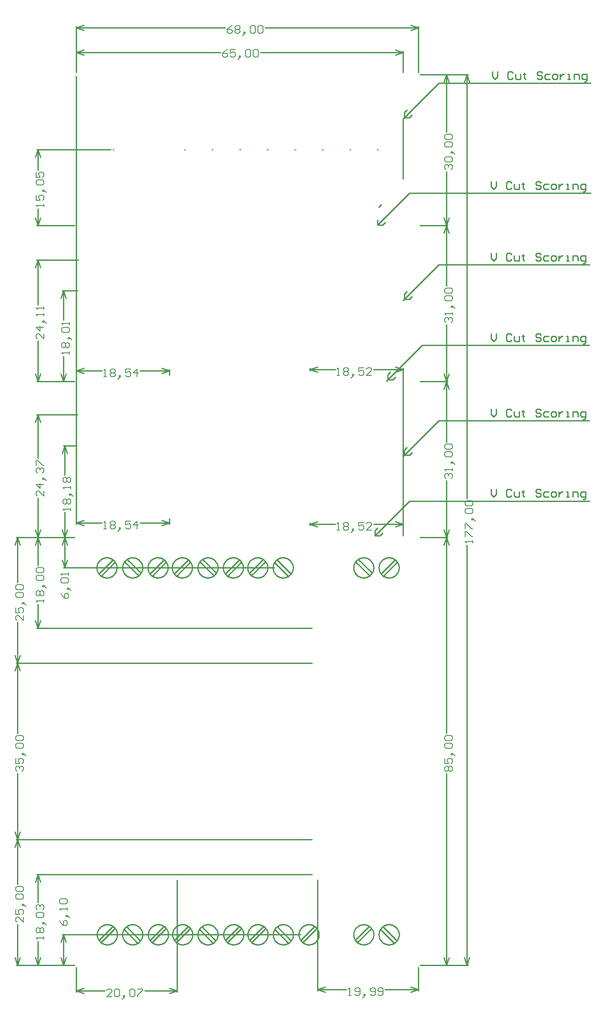
<source format=gm1>
%FSDAX24Y24*%
%MOIN*%
%SFA1B1*%

%IPPOS*%
%ADD22C,0.010000*%
%ADD92C,0.003900*%
%ADD93C,0.006000*%
%LNde-120824-1*%
%LPD*%
G54D22*
X033287Y041100D02*
D01*
X033285Y041154*
X033279Y041209*
X033269Y041263*
X033256Y041316*
X033239Y041369*
X033218Y041420*
X033194Y041469*
X033167Y041517*
X033136Y041562*
X033102Y041605*
X033066Y041646*
X033026Y041684*
X032984Y041720*
X032940Y041752*
X032893Y041781*
X032844Y041807*
X032794Y041829*
X032743Y041848*
X032690Y041863*
X032636Y041875*
X032582Y041882*
X032527Y041886*
X032472*
X032417Y041882*
X032363Y041875*
X032309Y041863*
X032256Y041848*
X032205Y041829*
X032155Y041807*
X032106Y041781*
X032059Y041752*
X032015Y041720*
X031973Y041684*
X031933Y041646*
X031897Y041605*
X031863Y041562*
X031832Y041517*
X031805Y041469*
X031781Y041420*
X031760Y041369*
X031743Y041316*
X031730Y041263*
X031720Y041209*
X031714Y041154*
X031713Y041100*
X031714Y041045*
X031720Y040990*
X031730Y040936*
X031743Y040883*
X031760Y040830*
X031781Y040779*
X031805Y040730*
X031832Y040682*
X031863Y040637*
X031897Y040594*
X031933Y040553*
X031973Y040515*
X032015Y040479*
X032059Y040447*
X032106Y040418*
X032155Y040392*
X032205Y040370*
X032256Y040351*
X032309Y040336*
X032363Y040324*
X032417Y040317*
X032472Y040313*
X032527*
X032582Y040317*
X032636Y040324*
X032690Y040336*
X032743Y040351*
X032794Y040370*
X032844Y040392*
X032893Y040418*
X032940Y040447*
X032984Y040479*
X033026Y040515*
X033066Y040553*
X033102Y040594*
X033136Y040637*
X033167Y040682*
X033194Y040730*
X033218Y040779*
X033239Y040830*
X033256Y040883*
X033269Y040936*
X033279Y040990*
X033285Y041045*
X033287Y041100*
X035272D02*
D01*
X035270Y041154*
X035264Y041209*
X035254Y041263*
X035241Y041316*
X035224Y041369*
X035203Y041420*
X035179Y041469*
X035152Y041517*
X035121Y041562*
X035087Y041605*
X035051Y041646*
X035011Y041684*
X034969Y041720*
X034925Y041752*
X034878Y041781*
X034829Y041807*
X034779Y041829*
X034728Y041848*
X034675Y041863*
X034621Y041875*
X034567Y041882*
X034512Y041886*
X034457*
X034402Y041882*
X034348Y041875*
X034294Y041863*
X034241Y041848*
X034190Y041829*
X034140Y041807*
X034091Y041781*
X034044Y041752*
X034000Y041720*
X033958Y041684*
X033918Y041646*
X033882Y041605*
X033848Y041562*
X033817Y041517*
X033790Y041469*
X033766Y041420*
X033745Y041369*
X033728Y041316*
X033715Y041263*
X033705Y041209*
X033699Y041154*
X033698Y041100*
X033699Y041045*
X033705Y040990*
X033715Y040936*
X033728Y040883*
X033745Y040830*
X033766Y040779*
X033790Y040730*
X033817Y040682*
X033848Y040637*
X033882Y040594*
X033918Y040553*
X033958Y040515*
X034000Y040479*
X034044Y040447*
X034091Y040418*
X034140Y040392*
X034190Y040370*
X034241Y040351*
X034294Y040336*
X034348Y040324*
X034402Y040317*
X034457Y040313*
X034512*
X034567Y040317*
X034621Y040324*
X034675Y040336*
X034728Y040351*
X034779Y040370*
X034829Y040392*
X034878Y040418*
X034925Y040447*
X034969Y040479*
X035011Y040515*
X035051Y040553*
X035087Y040594*
X035121Y040637*
X035152Y040682*
X035179Y040730*
X035203Y040779*
X035224Y040830*
X035241Y040883*
X035254Y040936*
X035264Y040990*
X035270Y041045*
X035272Y041100*
X025003Y012400D02*
D01*
X025001Y012454*
X024995Y012509*
X024985Y012563*
X024972Y012616*
X024955Y012669*
X024934Y012720*
X024910Y012769*
X024883Y012817*
X024852Y012862*
X024818Y012905*
X024782Y012946*
X024742Y012984*
X024700Y013020*
X024656Y013052*
X024609Y013081*
X024560Y013107*
X024510Y013129*
X024459Y013148*
X024406Y013163*
X024352Y013175*
X024298Y013182*
X024243Y013186*
X024188*
X024133Y013182*
X024079Y013175*
X024025Y013163*
X023972Y013148*
X023921Y013129*
X023871Y013107*
X023822Y013081*
X023775Y013052*
X023731Y013020*
X023689Y012984*
X023649Y012946*
X023613Y012905*
X023579Y012862*
X023548Y012817*
X023521Y012769*
X023497Y012720*
X023476Y012669*
X023459Y012616*
X023446Y012563*
X023436Y012509*
X023430Y012454*
X023429Y012400*
X023430Y012345*
X023436Y012290*
X023446Y012236*
X023459Y012183*
X023476Y012130*
X023497Y012079*
X023521Y012030*
X023548Y011982*
X023579Y011937*
X023613Y011894*
X023649Y011853*
X023689Y011815*
X023731Y011779*
X023775Y011747*
X023822Y011718*
X023871Y011692*
X023921Y011670*
X023972Y011651*
X024025Y011636*
X024079Y011624*
X024133Y011617*
X024188Y011613*
X024243*
X024298Y011617*
X024352Y011624*
X024406Y011636*
X024459Y011651*
X024510Y011670*
X024560Y011692*
X024609Y011718*
X024656Y011747*
X024700Y011779*
X024742Y011815*
X024782Y011853*
X024818Y011894*
X024852Y011937*
X024883Y011982*
X024910Y012030*
X024934Y012079*
X024955Y012130*
X024972Y012183*
X024985Y012236*
X024995Y012290*
X025001Y012345*
X025003Y012400*
X029003D02*
D01*
X029001Y012454*
X028995Y012509*
X028985Y012563*
X028972Y012616*
X028955Y012669*
X028934Y012720*
X028910Y012769*
X028883Y012817*
X028852Y012862*
X028818Y012905*
X028782Y012946*
X028742Y012984*
X028700Y013020*
X028656Y013052*
X028609Y013081*
X028560Y013107*
X028510Y013129*
X028459Y013148*
X028406Y013163*
X028352Y013175*
X028298Y013182*
X028243Y013186*
X028188*
X028133Y013182*
X028079Y013175*
X028025Y013163*
X027972Y013148*
X027921Y013129*
X027871Y013107*
X027822Y013081*
X027775Y013052*
X027731Y013020*
X027689Y012984*
X027649Y012946*
X027613Y012905*
X027579Y012862*
X027548Y012817*
X027521Y012769*
X027497Y012720*
X027476Y012669*
X027459Y012616*
X027446Y012563*
X027436Y012509*
X027430Y012454*
X027429Y012400*
X027430Y012345*
X027436Y012290*
X027446Y012236*
X027459Y012183*
X027476Y012130*
X027497Y012079*
X027521Y012030*
X027548Y011982*
X027579Y011937*
X027613Y011894*
X027649Y011853*
X027689Y011815*
X027731Y011779*
X027775Y011747*
X027822Y011718*
X027871Y011692*
X027921Y011670*
X027972Y011651*
X028025Y011636*
X028079Y011624*
X028133Y011617*
X028188Y011613*
X028243*
X028298Y011617*
X028352Y011624*
X028406Y011636*
X028459Y011651*
X028510Y011670*
X028560Y011692*
X028609Y011718*
X028656Y011747*
X028700Y011779*
X028742Y011815*
X028782Y011853*
X028818Y011894*
X028852Y011937*
X028883Y011982*
X028910Y012030*
X028934Y012079*
X028955Y012130*
X028972Y012183*
X028985Y012236*
X028995Y012290*
X029001Y012345*
X029003Y012400*
X026987D02*
D01*
X026985Y012454*
X026979Y012509*
X026969Y012563*
X026956Y012616*
X026939Y012669*
X026918Y012720*
X026894Y012769*
X026867Y012817*
X026836Y012862*
X026802Y012905*
X026766Y012946*
X026726Y012984*
X026684Y013020*
X026640Y013052*
X026593Y013081*
X026544Y013107*
X026494Y013129*
X026443Y013148*
X026390Y013163*
X026336Y013175*
X026282Y013182*
X026227Y013186*
X026172*
X026117Y013182*
X026063Y013175*
X026009Y013163*
X025956Y013148*
X025905Y013129*
X025855Y013107*
X025806Y013081*
X025759Y013052*
X025715Y013020*
X025673Y012984*
X025633Y012946*
X025597Y012905*
X025563Y012862*
X025532Y012817*
X025505Y012769*
X025481Y012720*
X025460Y012669*
X025443Y012616*
X025430Y012563*
X025420Y012509*
X025414Y012454*
X025413Y012400*
X025414Y012345*
X025420Y012290*
X025430Y012236*
X025443Y012183*
X025460Y012130*
X025481Y012079*
X025505Y012030*
X025532Y011982*
X025563Y011937*
X025597Y011894*
X025633Y011853*
X025673Y011815*
X025715Y011779*
X025759Y011747*
X025806Y011718*
X025855Y011692*
X025905Y011670*
X025956Y011651*
X026009Y011636*
X026063Y011624*
X026117Y011617*
X026172Y011613*
X026227*
X026282Y011617*
X026336Y011624*
X026390Y011636*
X026443Y011651*
X026494Y011670*
X026544Y011692*
X026593Y011718*
X026640Y011747*
X026684Y011779*
X026726Y011815*
X026766Y011853*
X026802Y011894*
X026836Y011937*
X026867Y011982*
X026894Y012030*
X026918Y012079*
X026939Y012130*
X026956Y012183*
X026969Y012236*
X026979Y012290*
X026985Y012345*
X026987Y012400*
X019103D02*
D01*
X019101Y012454*
X019095Y012509*
X019085Y012563*
X019072Y012616*
X019055Y012669*
X019034Y012720*
X019010Y012769*
X018983Y012817*
X018952Y012862*
X018918Y012905*
X018882Y012946*
X018842Y012984*
X018800Y013020*
X018756Y013052*
X018709Y013081*
X018660Y013107*
X018610Y013129*
X018559Y013148*
X018506Y013163*
X018452Y013175*
X018398Y013182*
X018343Y013186*
X018288*
X018233Y013182*
X018179Y013175*
X018125Y013163*
X018072Y013148*
X018021Y013129*
X017971Y013107*
X017922Y013081*
X017875Y013052*
X017831Y013020*
X017789Y012984*
X017749Y012946*
X017713Y012905*
X017679Y012862*
X017648Y012817*
X017621Y012769*
X017597Y012720*
X017576Y012669*
X017559Y012616*
X017546Y012563*
X017536Y012509*
X017530Y012454*
X017529Y012400*
X017530Y012345*
X017536Y012290*
X017546Y012236*
X017559Y012183*
X017576Y012130*
X017597Y012079*
X017621Y012030*
X017648Y011982*
X017679Y011937*
X017713Y011894*
X017749Y011853*
X017789Y011815*
X017831Y011779*
X017875Y011747*
X017922Y011718*
X017971Y011692*
X018021Y011670*
X018072Y011651*
X018125Y011636*
X018179Y011624*
X018233Y011617*
X018288Y011613*
X018343*
X018398Y011617*
X018452Y011624*
X018506Y011636*
X018559Y011651*
X018610Y011670*
X018660Y011692*
X018709Y011718*
X018756Y011747*
X018800Y011779*
X018842Y011815*
X018882Y011853*
X018918Y011894*
X018952Y011937*
X018983Y011982*
X019010Y012030*
X019034Y012079*
X019055Y012130*
X019072Y012183*
X019085Y012236*
X019095Y012290*
X019101Y012345*
X019103Y012400*
X023103D02*
D01*
X023101Y012454*
X023095Y012509*
X023085Y012563*
X023072Y012616*
X023055Y012669*
X023034Y012720*
X023010Y012769*
X022983Y012817*
X022952Y012862*
X022918Y012905*
X022882Y012946*
X022842Y012984*
X022800Y013020*
X022756Y013052*
X022709Y013081*
X022660Y013107*
X022610Y013129*
X022559Y013148*
X022506Y013163*
X022452Y013175*
X022398Y013182*
X022343Y013186*
X022288*
X022233Y013182*
X022179Y013175*
X022125Y013163*
X022072Y013148*
X022021Y013129*
X021971Y013107*
X021922Y013081*
X021875Y013052*
X021831Y013020*
X021789Y012984*
X021749Y012946*
X021713Y012905*
X021679Y012862*
X021648Y012817*
X021621Y012769*
X021597Y012720*
X021576Y012669*
X021559Y012616*
X021546Y012563*
X021536Y012509*
X021530Y012454*
X021529Y012400*
X021530Y012345*
X021536Y012290*
X021546Y012236*
X021559Y012183*
X021576Y012130*
X021597Y012079*
X021621Y012030*
X021648Y011982*
X021679Y011937*
X021713Y011894*
X021749Y011853*
X021789Y011815*
X021831Y011779*
X021875Y011747*
X021922Y011718*
X021971Y011692*
X022021Y011670*
X022072Y011651*
X022125Y011636*
X022179Y011624*
X022233Y011617*
X022288Y011613*
X022343*
X022398Y011617*
X022452Y011624*
X022506Y011636*
X022559Y011651*
X022610Y011670*
X022660Y011692*
X022709Y011718*
X022756Y011747*
X022800Y011779*
X022842Y011815*
X022882Y011853*
X022918Y011894*
X022952Y011937*
X022983Y011982*
X023010Y012030*
X023034Y012079*
X023055Y012130*
X023072Y012183*
X023085Y012236*
X023095Y012290*
X023101Y012345*
X023103Y012400*
X021087D02*
D01*
X021085Y012454*
X021079Y012509*
X021069Y012563*
X021056Y012616*
X021039Y012669*
X021018Y012720*
X020994Y012769*
X020967Y012817*
X020936Y012862*
X020902Y012905*
X020866Y012946*
X020826Y012984*
X020784Y013020*
X020740Y013052*
X020693Y013081*
X020644Y013107*
X020594Y013129*
X020543Y013148*
X020490Y013163*
X020436Y013175*
X020382Y013182*
X020327Y013186*
X020272*
X020217Y013182*
X020163Y013175*
X020109Y013163*
X020056Y013148*
X020005Y013129*
X019955Y013107*
X019906Y013081*
X019859Y013052*
X019815Y013020*
X019773Y012984*
X019733Y012946*
X019697Y012905*
X019663Y012862*
X019632Y012817*
X019605Y012769*
X019581Y012720*
X019560Y012669*
X019543Y012616*
X019530Y012563*
X019520Y012509*
X019514Y012454*
X019513Y012400*
X019514Y012345*
X019520Y012290*
X019530Y012236*
X019543Y012183*
X019560Y012130*
X019581Y012079*
X019605Y012030*
X019632Y011982*
X019663Y011937*
X019697Y011894*
X019733Y011853*
X019773Y011815*
X019815Y011779*
X019859Y011747*
X019906Y011718*
X019955Y011692*
X020005Y011670*
X020056Y011651*
X020109Y011636*
X020163Y011624*
X020217Y011617*
X020272Y011613*
X020327*
X020382Y011617*
X020436Y011624*
X020490Y011636*
X020543Y011651*
X020594Y011670*
X020644Y011692*
X020693Y011718*
X020740Y011747*
X020784Y011779*
X020826Y011815*
X020866Y011853*
X020902Y011894*
X020936Y011937*
X020967Y011982*
X020994Y012030*
X021018Y012079*
X021039Y012130*
X021056Y012183*
X021069Y012236*
X021079Y012290*
X021085Y012345*
X021087Y012400*
X013203D02*
D01*
X013201Y012454*
X013195Y012509*
X013185Y012563*
X013172Y012616*
X013155Y012669*
X013134Y012720*
X013110Y012769*
X013083Y012817*
X013052Y012862*
X013018Y012905*
X012982Y012946*
X012942Y012984*
X012900Y013020*
X012856Y013052*
X012809Y013081*
X012760Y013107*
X012710Y013129*
X012659Y013148*
X012606Y013163*
X012552Y013175*
X012498Y013182*
X012443Y013186*
X012388*
X012333Y013182*
X012279Y013175*
X012225Y013163*
X012172Y013148*
X012121Y013129*
X012071Y013107*
X012022Y013081*
X011975Y013052*
X011931Y013020*
X011889Y012984*
X011849Y012946*
X011813Y012905*
X011779Y012862*
X011748Y012817*
X011721Y012769*
X011697Y012720*
X011676Y012669*
X011659Y012616*
X011646Y012563*
X011636Y012509*
X011630Y012454*
X011629Y012400*
X011630Y012345*
X011636Y012290*
X011646Y012236*
X011659Y012183*
X011676Y012130*
X011697Y012079*
X011721Y012030*
X011748Y011982*
X011779Y011937*
X011813Y011894*
X011849Y011853*
X011889Y011815*
X011931Y011779*
X011975Y011747*
X012022Y011718*
X012071Y011692*
X012121Y011670*
X012172Y011651*
X012225Y011636*
X012279Y011624*
X012333Y011617*
X012388Y011613*
X012443*
X012498Y011617*
X012552Y011624*
X012606Y011636*
X012659Y011651*
X012710Y011670*
X012760Y011692*
X012809Y011718*
X012856Y011747*
X012900Y011779*
X012942Y011815*
X012982Y011853*
X013018Y011894*
X013052Y011937*
X013083Y011982*
X013110Y012030*
X013134Y012079*
X013155Y012130*
X013172Y012183*
X013185Y012236*
X013195Y012290*
X013201Y012345*
X013203Y012400*
X017203D02*
D01*
X017201Y012454*
X017195Y012509*
X017185Y012563*
X017172Y012616*
X017155Y012669*
X017134Y012720*
X017110Y012769*
X017083Y012817*
X017052Y012862*
X017018Y012905*
X016982Y012946*
X016942Y012984*
X016900Y013020*
X016856Y013052*
X016809Y013081*
X016760Y013107*
X016710Y013129*
X016659Y013148*
X016606Y013163*
X016552Y013175*
X016498Y013182*
X016443Y013186*
X016388*
X016333Y013182*
X016279Y013175*
X016225Y013163*
X016172Y013148*
X016121Y013129*
X016071Y013107*
X016022Y013081*
X015975Y013052*
X015931Y013020*
X015889Y012984*
X015849Y012946*
X015813Y012905*
X015779Y012862*
X015748Y012817*
X015721Y012769*
X015697Y012720*
X015676Y012669*
X015659Y012616*
X015646Y012563*
X015636Y012509*
X015630Y012454*
X015629Y012400*
X015630Y012345*
X015636Y012290*
X015646Y012236*
X015659Y012183*
X015676Y012130*
X015697Y012079*
X015721Y012030*
X015748Y011982*
X015779Y011937*
X015813Y011894*
X015849Y011853*
X015889Y011815*
X015931Y011779*
X015975Y011747*
X016022Y011718*
X016071Y011692*
X016121Y011670*
X016172Y011651*
X016225Y011636*
X016279Y011624*
X016333Y011617*
X016388Y011613*
X016443*
X016498Y011617*
X016552Y011624*
X016606Y011636*
X016659Y011651*
X016710Y011670*
X016760Y011692*
X016809Y011718*
X016856Y011747*
X016900Y011779*
X016942Y011815*
X016982Y011853*
X017018Y011894*
X017052Y011937*
X017083Y011982*
X017110Y012030*
X017134Y012079*
X017155Y012130*
X017172Y012183*
X017185Y012236*
X017195Y012290*
X017201Y012345*
X017203Y012400*
X015187D02*
D01*
X015185Y012454*
X015179Y012509*
X015169Y012563*
X015156Y012616*
X015139Y012669*
X015118Y012720*
X015094Y012769*
X015067Y012817*
X015036Y012862*
X015002Y012905*
X014966Y012946*
X014926Y012984*
X014884Y013020*
X014840Y013052*
X014793Y013081*
X014744Y013107*
X014694Y013129*
X014643Y013148*
X014590Y013163*
X014536Y013175*
X014482Y013182*
X014427Y013186*
X014372*
X014317Y013182*
X014263Y013175*
X014209Y013163*
X014156Y013148*
X014105Y013129*
X014055Y013107*
X014006Y013081*
X013959Y013052*
X013915Y013020*
X013873Y012984*
X013833Y012946*
X013797Y012905*
X013763Y012862*
X013732Y012817*
X013705Y012769*
X013681Y012720*
X013660Y012669*
X013643Y012616*
X013630Y012563*
X013620Y012509*
X013614Y012454*
X013613Y012400*
X013614Y012345*
X013620Y012290*
X013630Y012236*
X013643Y012183*
X013660Y012130*
X013681Y012079*
X013705Y012030*
X013732Y011982*
X013763Y011937*
X013797Y011894*
X013833Y011853*
X013873Y011815*
X013915Y011779*
X013959Y011747*
X014006Y011718*
X014055Y011692*
X014105Y011670*
X014156Y011651*
X014209Y011636*
X014263Y011624*
X014317Y011617*
X014372Y011613*
X014427*
X014482Y011617*
X014536Y011624*
X014590Y011636*
X014643Y011651*
X014694Y011670*
X014744Y011692*
X014793Y011718*
X014840Y011747*
X014884Y011779*
X014926Y011815*
X014966Y011853*
X015002Y011894*
X015036Y011937*
X015067Y011982*
X015094Y012030*
X015118Y012079*
X015139Y012130*
X015156Y012183*
X015169Y012236*
X015179Y012290*
X015185Y012345*
X015187Y012400*
X017172Y041100D02*
D01*
X017170Y041154*
X017164Y041209*
X017154Y041263*
X017141Y041316*
X017124Y041369*
X017103Y041420*
X017079Y041469*
X017052Y041517*
X017021Y041562*
X016987Y041605*
X016951Y041646*
X016911Y041684*
X016869Y041720*
X016825Y041752*
X016778Y041781*
X016729Y041807*
X016679Y041829*
X016628Y041848*
X016575Y041863*
X016521Y041875*
X016467Y041882*
X016412Y041886*
X016357*
X016302Y041882*
X016248Y041875*
X016194Y041863*
X016141Y041848*
X016090Y041829*
X016040Y041807*
X015991Y041781*
X015944Y041752*
X015900Y041720*
X015858Y041684*
X015818Y041646*
X015782Y041605*
X015748Y041562*
X015717Y041517*
X015690Y041469*
X015666Y041420*
X015645Y041369*
X015628Y041316*
X015615Y041263*
X015605Y041209*
X015599Y041154*
X015598Y041100*
X015599Y041045*
X015605Y040990*
X015615Y040936*
X015628Y040883*
X015645Y040830*
X015666Y040779*
X015690Y040730*
X015717Y040682*
X015748Y040637*
X015782Y040594*
X015818Y040553*
X015858Y040515*
X015900Y040479*
X015944Y040447*
X015991Y040418*
X016040Y040392*
X016090Y040370*
X016141Y040351*
X016194Y040336*
X016248Y040324*
X016302Y040317*
X016357Y040313*
X016412*
X016467Y040317*
X016521Y040324*
X016575Y040336*
X016628Y040351*
X016679Y040370*
X016729Y040392*
X016778Y040418*
X016825Y040447*
X016869Y040479*
X016911Y040515*
X016951Y040553*
X016987Y040594*
X017021Y040637*
X017052Y040682*
X017079Y040730*
X017103Y040779*
X017124Y040830*
X017141Y040883*
X017154Y040936*
X017164Y040990*
X017170Y041045*
X017172Y041100*
X013172D02*
D01*
X013170Y041154*
X013164Y041209*
X013154Y041263*
X013141Y041316*
X013124Y041369*
X013103Y041420*
X013079Y041469*
X013052Y041517*
X013021Y041562*
X012987Y041605*
X012951Y041646*
X012911Y041684*
X012869Y041720*
X012825Y041752*
X012778Y041781*
X012729Y041807*
X012679Y041829*
X012628Y041848*
X012575Y041863*
X012521Y041875*
X012467Y041882*
X012412Y041886*
X012357*
X012302Y041882*
X012248Y041875*
X012194Y041863*
X012141Y041848*
X012090Y041829*
X012040Y041807*
X011991Y041781*
X011944Y041752*
X011900Y041720*
X011858Y041684*
X011818Y041646*
X011782Y041605*
X011748Y041562*
X011717Y041517*
X011690Y041469*
X011666Y041420*
X011645Y041369*
X011628Y041316*
X011615Y041263*
X011605Y041209*
X011599Y041154*
X011598Y041100*
X011599Y041045*
X011605Y040990*
X011615Y040936*
X011628Y040883*
X011645Y040830*
X011666Y040779*
X011690Y040730*
X011717Y040682*
X011748Y040637*
X011782Y040594*
X011818Y040553*
X011858Y040515*
X011900Y040479*
X011944Y040447*
X011991Y040418*
X012040Y040392*
X012090Y040370*
X012141Y040351*
X012194Y040336*
X012248Y040324*
X012302Y040317*
X012357Y040313*
X012412*
X012467Y040317*
X012521Y040324*
X012575Y040336*
X012628Y040351*
X012679Y040370*
X012729Y040392*
X012778Y040418*
X012825Y040447*
X012869Y040479*
X012911Y040515*
X012951Y040553*
X012987Y040594*
X013021Y040637*
X013052Y040682*
X013079Y040730*
X013103Y040779*
X013124Y040830*
X013141Y040883*
X013154Y040936*
X013164Y040990*
X013170Y041045*
X013172Y041100*
X015187D02*
D01*
X015185Y041154*
X015179Y041209*
X015169Y041263*
X015156Y041316*
X015139Y041369*
X015118Y041420*
X015094Y041469*
X015067Y041517*
X015036Y041562*
X015002Y041605*
X014966Y041646*
X014926Y041684*
X014884Y041720*
X014840Y041752*
X014793Y041781*
X014744Y041807*
X014694Y041829*
X014643Y041848*
X014590Y041863*
X014536Y041875*
X014482Y041882*
X014427Y041886*
X014372*
X014317Y041882*
X014263Y041875*
X014209Y041863*
X014156Y041848*
X014105Y041829*
X014055Y041807*
X014006Y041781*
X013959Y041752*
X013915Y041720*
X013873Y041684*
X013833Y041646*
X013797Y041605*
X013763Y041562*
X013732Y041517*
X013705Y041469*
X013681Y041420*
X013660Y041369*
X013643Y041316*
X013630Y041263*
X013620Y041209*
X013614Y041154*
X013613Y041100*
X013614Y041045*
X013620Y040990*
X013630Y040936*
X013643Y040883*
X013660Y040830*
X013681Y040779*
X013705Y040730*
X013732Y040682*
X013763Y040637*
X013797Y040594*
X013833Y040553*
X013873Y040515*
X013915Y040479*
X013959Y040447*
X014006Y040418*
X014055Y040392*
X014105Y040370*
X014156Y040351*
X014209Y040336*
X014263Y040324*
X014317Y040317*
X014372Y040313*
X014427*
X014482Y040317*
X014536Y040324*
X014590Y040336*
X014643Y040351*
X014694Y040370*
X014744Y040392*
X014793Y040418*
X014840Y040447*
X014884Y040479*
X014926Y040515*
X014966Y040553*
X015002Y040594*
X015036Y040637*
X015067Y040682*
X015094Y040730*
X015118Y040779*
X015139Y040830*
X015156Y040883*
X015169Y040936*
X015179Y040990*
X015185Y041045*
X015187Y041100*
X035272Y012400D02*
D01*
X035270Y012454*
X035264Y012509*
X035254Y012563*
X035241Y012616*
X035224Y012669*
X035203Y012720*
X035179Y012769*
X035152Y012817*
X035121Y012862*
X035087Y012905*
X035051Y012946*
X035011Y012984*
X034969Y013020*
X034925Y013052*
X034878Y013081*
X034829Y013107*
X034779Y013129*
X034728Y013148*
X034675Y013163*
X034621Y013175*
X034567Y013182*
X034512Y013186*
X034457*
X034402Y013182*
X034348Y013175*
X034294Y013163*
X034241Y013148*
X034190Y013129*
X034140Y013107*
X034091Y013081*
X034044Y013052*
X034000Y013020*
X033958Y012984*
X033918Y012946*
X033882Y012905*
X033848Y012862*
X033817Y012817*
X033790Y012769*
X033766Y012720*
X033745Y012669*
X033728Y012616*
X033715Y012563*
X033705Y012509*
X033699Y012454*
X033698Y012400*
X033699Y012345*
X033705Y012290*
X033715Y012236*
X033728Y012183*
X033745Y012130*
X033766Y012079*
X033790Y012030*
X033817Y011982*
X033848Y011937*
X033882Y011894*
X033918Y011853*
X033958Y011815*
X034000Y011779*
X034044Y011747*
X034091Y011718*
X034140Y011692*
X034190Y011670*
X034241Y011651*
X034294Y011636*
X034348Y011624*
X034402Y011617*
X034457Y011613*
X034512*
X034567Y011617*
X034621Y011624*
X034675Y011636*
X034728Y011651*
X034779Y011670*
X034829Y011692*
X034878Y011718*
X034925Y011747*
X034969Y011779*
X035011Y011815*
X035051Y011853*
X035087Y011894*
X035121Y011937*
X035152Y011982*
X035179Y012030*
X035203Y012079*
X035224Y012130*
X035241Y012183*
X035254Y012236*
X035264Y012290*
X035270Y012345*
X035272Y012400*
X033287D02*
D01*
X033285Y012454*
X033279Y012509*
X033269Y012563*
X033256Y012616*
X033239Y012669*
X033218Y012720*
X033194Y012769*
X033167Y012817*
X033136Y012862*
X033102Y012905*
X033066Y012946*
X033026Y012984*
X032984Y013020*
X032940Y013052*
X032893Y013081*
X032844Y013107*
X032794Y013129*
X032743Y013148*
X032690Y013163*
X032636Y013175*
X032582Y013182*
X032527Y013186*
X032472*
X032417Y013182*
X032363Y013175*
X032309Y013163*
X032256Y013148*
X032205Y013129*
X032155Y013107*
X032106Y013081*
X032059Y013052*
X032015Y013020*
X031973Y012984*
X031933Y012946*
X031897Y012905*
X031863Y012862*
X031832Y012817*
X031805Y012769*
X031781Y012720*
X031760Y012669*
X031743Y012616*
X031730Y012563*
X031720Y012509*
X031714Y012454*
X031713Y012400*
X031714Y012345*
X031720Y012290*
X031730Y012236*
X031743Y012183*
X031760Y012130*
X031781Y012079*
X031805Y012030*
X031832Y011982*
X031863Y011937*
X031897Y011894*
X031933Y011853*
X031973Y011815*
X032015Y011779*
X032059Y011747*
X032106Y011718*
X032155Y011692*
X032205Y011670*
X032256Y011651*
X032309Y011636*
X032363Y011624*
X032417Y011617*
X032472Y011613*
X032527*
X032582Y011617*
X032636Y011624*
X032690Y011636*
X032743Y011651*
X032794Y011670*
X032844Y011692*
X032893Y011718*
X032940Y011747*
X032984Y011779*
X033026Y011815*
X033066Y011853*
X033102Y011894*
X033136Y011937*
X033167Y011982*
X033194Y012030*
X033218Y012079*
X033239Y012130*
X033256Y012183*
X033269Y012236*
X033279Y012290*
X033285Y012345*
X033287Y012400*
X023072Y041100D02*
D01*
X023070Y041154*
X023064Y041209*
X023054Y041263*
X023041Y041316*
X023024Y041369*
X023003Y041420*
X022979Y041469*
X022952Y041517*
X022921Y041562*
X022887Y041605*
X022851Y041646*
X022811Y041684*
X022769Y041720*
X022725Y041752*
X022678Y041781*
X022629Y041807*
X022579Y041829*
X022528Y041848*
X022475Y041863*
X022421Y041875*
X022367Y041882*
X022312Y041886*
X022257*
X022202Y041882*
X022148Y041875*
X022094Y041863*
X022041Y041848*
X021990Y041829*
X021940Y041807*
X021891Y041781*
X021844Y041752*
X021800Y041720*
X021758Y041684*
X021718Y041646*
X021682Y041605*
X021648Y041562*
X021617Y041517*
X021590Y041469*
X021566Y041420*
X021545Y041369*
X021528Y041316*
X021515Y041263*
X021505Y041209*
X021499Y041154*
X021498Y041100*
X021499Y041045*
X021505Y040990*
X021515Y040936*
X021528Y040883*
X021545Y040830*
X021566Y040779*
X021590Y040730*
X021617Y040682*
X021648Y040637*
X021682Y040594*
X021718Y040553*
X021758Y040515*
X021800Y040479*
X021844Y040447*
X021891Y040418*
X021940Y040392*
X021990Y040370*
X022041Y040351*
X022094Y040336*
X022148Y040324*
X022202Y040317*
X022257Y040313*
X022312*
X022367Y040317*
X022421Y040324*
X022475Y040336*
X022528Y040351*
X022579Y040370*
X022629Y040392*
X022678Y040418*
X022725Y040447*
X022769Y040479*
X022811Y040515*
X022851Y040553*
X022887Y040594*
X022921Y040637*
X022952Y040682*
X022979Y040730*
X023003Y040779*
X023024Y040830*
X023041Y040883*
X023054Y040936*
X023064Y040990*
X023070Y041045*
X023072Y041100*
X019072D02*
D01*
X019070Y041154*
X019064Y041209*
X019054Y041263*
X019041Y041316*
X019024Y041369*
X019003Y041420*
X018979Y041469*
X018952Y041517*
X018921Y041562*
X018887Y041605*
X018851Y041646*
X018811Y041684*
X018769Y041720*
X018725Y041752*
X018678Y041781*
X018629Y041807*
X018579Y041829*
X018528Y041848*
X018475Y041863*
X018421Y041875*
X018367Y041882*
X018312Y041886*
X018257*
X018202Y041882*
X018148Y041875*
X018094Y041863*
X018041Y041848*
X017990Y041829*
X017940Y041807*
X017891Y041781*
X017844Y041752*
X017800Y041720*
X017758Y041684*
X017718Y041646*
X017682Y041605*
X017648Y041562*
X017617Y041517*
X017590Y041469*
X017566Y041420*
X017545Y041369*
X017528Y041316*
X017515Y041263*
X017505Y041209*
X017499Y041154*
X017498Y041100*
X017499Y041045*
X017505Y040990*
X017515Y040936*
X017528Y040883*
X017545Y040830*
X017566Y040779*
X017590Y040730*
X017617Y040682*
X017648Y040637*
X017682Y040594*
X017718Y040553*
X017758Y040515*
X017800Y040479*
X017844Y040447*
X017891Y040418*
X017940Y040392*
X017990Y040370*
X018041Y040351*
X018094Y040336*
X018148Y040324*
X018202Y040317*
X018257Y040313*
X018312*
X018367Y040317*
X018421Y040324*
X018475Y040336*
X018528Y040351*
X018579Y040370*
X018629Y040392*
X018678Y040418*
X018725Y040447*
X018769Y040479*
X018811Y040515*
X018851Y040553*
X018887Y040594*
X018921Y040637*
X018952Y040682*
X018979Y040730*
X019003Y040779*
X019024Y040830*
X019041Y040883*
X019054Y040936*
X019064Y040990*
X019070Y041045*
X019072Y041100*
X021087D02*
D01*
X021085Y041154*
X021079Y041209*
X021069Y041263*
X021056Y041316*
X021039Y041369*
X021018Y041420*
X020994Y041469*
X020967Y041517*
X020936Y041562*
X020902Y041605*
X020866Y041646*
X020826Y041684*
X020784Y041720*
X020740Y041752*
X020693Y041781*
X020644Y041807*
X020594Y041829*
X020543Y041848*
X020490Y041863*
X020436Y041875*
X020382Y041882*
X020327Y041886*
X020272*
X020217Y041882*
X020163Y041875*
X020109Y041863*
X020056Y041848*
X020005Y041829*
X019955Y041807*
X019906Y041781*
X019859Y041752*
X019815Y041720*
X019773Y041684*
X019733Y041646*
X019697Y041605*
X019663Y041562*
X019632Y041517*
X019605Y041469*
X019581Y041420*
X019560Y041369*
X019543Y041316*
X019530Y041263*
X019520Y041209*
X019514Y041154*
X019513Y041100*
X019514Y041045*
X019520Y040990*
X019530Y040936*
X019543Y040883*
X019560Y040830*
X019581Y040779*
X019605Y040730*
X019632Y040682*
X019663Y040637*
X019697Y040594*
X019733Y040553*
X019773Y040515*
X019815Y040479*
X019859Y040447*
X019906Y040418*
X019955Y040392*
X020005Y040370*
X020056Y040351*
X020109Y040336*
X020163Y040324*
X020217Y040317*
X020272Y040313*
X020327*
X020382Y040317*
X020436Y040324*
X020490Y040336*
X020543Y040351*
X020594Y040370*
X020644Y040392*
X020693Y040418*
X020740Y040447*
X020784Y040479*
X020826Y040515*
X020866Y040553*
X020902Y040594*
X020936Y040637*
X020967Y040682*
X020994Y040730*
X021018Y040779*
X021039Y040830*
X021056Y040883*
X021069Y040936*
X021079Y040990*
X021085Y041045*
X021087Y041100*
X026972D02*
D01*
X026970Y041154*
X026964Y041209*
X026954Y041263*
X026941Y041316*
X026924Y041369*
X026903Y041420*
X026879Y041469*
X026852Y041517*
X026821Y041562*
X026787Y041605*
X026751Y041646*
X026711Y041684*
X026669Y041720*
X026625Y041752*
X026578Y041781*
X026529Y041807*
X026479Y041829*
X026428Y041848*
X026375Y041863*
X026321Y041875*
X026267Y041882*
X026212Y041886*
X026157*
X026102Y041882*
X026048Y041875*
X025994Y041863*
X025941Y041848*
X025890Y041829*
X025840Y041807*
X025791Y041781*
X025744Y041752*
X025700Y041720*
X025658Y041684*
X025618Y041646*
X025582Y041605*
X025548Y041562*
X025517Y041517*
X025490Y041469*
X025466Y041420*
X025445Y041369*
X025428Y041316*
X025415Y041263*
X025405Y041209*
X025399Y041154*
X025398Y041100*
X025399Y041045*
X025405Y040990*
X025415Y040936*
X025428Y040883*
X025445Y040830*
X025466Y040779*
X025490Y040730*
X025517Y040682*
X025548Y040637*
X025582Y040594*
X025618Y040553*
X025658Y040515*
X025700Y040479*
X025744Y040447*
X025791Y040418*
X025840Y040392*
X025890Y040370*
X025941Y040351*
X025994Y040336*
X026048Y040324*
X026102Y040317*
X026157Y040313*
X026212*
X026267Y040317*
X026321Y040324*
X026375Y040336*
X026428Y040351*
X026479Y040370*
X026529Y040392*
X026578Y040418*
X026625Y040447*
X026669Y040479*
X026711Y040515*
X026751Y040553*
X026787Y040594*
X026821Y040637*
X026852Y040682*
X026879Y040730*
X026903Y040779*
X026924Y040830*
X026941Y040883*
X026954Y040936*
X026964Y040990*
X026970Y041045*
X026972Y041100*
X024987D02*
D01*
X024985Y041154*
X024979Y041209*
X024969Y041263*
X024956Y041316*
X024939Y041369*
X024918Y041420*
X024894Y041469*
X024867Y041517*
X024836Y041562*
X024802Y041605*
X024766Y041646*
X024726Y041684*
X024684Y041720*
X024640Y041752*
X024593Y041781*
X024544Y041807*
X024494Y041829*
X024443Y041848*
X024390Y041863*
X024336Y041875*
X024282Y041882*
X024227Y041886*
X024172*
X024117Y041882*
X024063Y041875*
X024009Y041863*
X023956Y041848*
X023905Y041829*
X023855Y041807*
X023806Y041781*
X023759Y041752*
X023715Y041720*
X023673Y041684*
X023633Y041646*
X023597Y041605*
X023563Y041562*
X023532Y041517*
X023505Y041469*
X023481Y041420*
X023460Y041369*
X023443Y041316*
X023430Y041263*
X023420Y041209*
X023414Y041154*
X023413Y041100*
X023414Y041045*
X023420Y040990*
X023430Y040936*
X023443Y040883*
X023460Y040830*
X023481Y040779*
X023505Y040730*
X023532Y040682*
X023563Y040637*
X023597Y040594*
X023633Y040553*
X023673Y040515*
X023715Y040479*
X023759Y040447*
X023806Y040418*
X023855Y040392*
X023905Y040370*
X023956Y040351*
X024009Y040336*
X024063Y040324*
X024117Y040317*
X024172Y040313*
X024227*
X024282Y040317*
X024336Y040324*
X024390Y040336*
X024443Y040351*
X024494Y040370*
X024544Y040392*
X024593Y040418*
X024640Y040447*
X024684Y040479*
X024726Y040515*
X024766Y040553*
X024802Y040594*
X024836Y040637*
X024867Y040682*
X024894Y040730*
X024918Y040779*
X024939Y040830*
X024956Y040883*
X024969Y040936*
X024979Y040990*
X024985Y041045*
X024987Y041100*
X006900Y067874D02*
X009850D01*
X006900Y073800D02*
X012702D01*
X007000Y067874D02*
Y069167D01*
Y072187D02*
Y073800D01*
Y067874D02*
X007200Y068474D01*
X006800D02*
X007000Y067874D01*
X006800Y073200D02*
X007000Y073800D01*
X007200Y073200*
X028300Y044400D02*
Y044600D01*
X035591Y043615D02*
Y044600D01*
X028300Y044500D02*
X030276D01*
X033295D02*
X035591D01*
X028300D02*
X028900Y044300D01*
X028300Y044500D02*
X028900Y044700D01*
X034991D02*
X035591Y044500D01*
X034991Y044300D02*
X035591Y044500D01*
X006900Y055669D02*
X009500D01*
X006900Y065161D02*
X010141D01*
X007000Y055669D02*
Y058845D01*
Y061665D02*
Y065161D01*
Y055669D02*
X007200Y056269D01*
X006800D02*
X007000Y055669D01*
X006800Y064561D02*
X007000Y065161D01*
X007200Y064561*
X008900Y055669D02*
X009850D01*
X008900Y062761D02*
X010072D01*
X009000Y055669D02*
Y057645D01*
Y060465D02*
Y062761D01*
Y055669D02*
X009200Y056269D01*
X008800D02*
X009000Y055669D01*
X008800Y062161D02*
X009000Y062761D01*
X009200Y062161*
X035591Y043615D02*
Y056700D01*
X028300Y056500D02*
Y056700D01*
X033295Y056600D02*
X035591D01*
X028300D02*
X030276D01*
X034991Y056800D02*
X035591Y056600D01*
X034991Y056400D02*
X035591Y056600D01*
X028300D02*
X028900Y056400D01*
X028300Y056600D02*
X028900Y056800D01*
X010000Y056400D02*
Y079535D01*
X017300Y056165D02*
Y056600D01*
X010000Y056500D02*
X011980D01*
X015000D02*
X017300D01*
X010000D02*
X010600Y056300D01*
X010000Y056500D02*
X010600Y056700D01*
X016700D02*
X017300Y056500D01*
X016700Y056300D02*
X017300Y056500D01*
X006400Y043465D02*
X007100D01*
X006900Y053061D02*
X010072D01*
X007000Y043465D02*
Y046543D01*
Y049662D02*
Y053061D01*
Y043465D02*
X007200Y044065D01*
X006800D02*
X007000Y043465D01*
X006800Y052461D02*
X007000Y053061D01*
X007200Y052461*
X009000Y043465D02*
X009600D01*
X009000Y050620D02*
X010033D01*
X009100Y043465D02*
Y045423D01*
Y048342D02*
Y050620D01*
Y043465D02*
X009300Y044065D01*
X008900D02*
X009100Y043465D01*
X008900Y050020D02*
X009100Y050620D01*
X009300Y050020*
X010000Y044500D02*
Y079535D01*
X017300Y044500D02*
Y044935D01*
X010000Y044600D02*
X011980D01*
X015000D02*
X017300D01*
X010000D02*
X010600Y044400D01*
X010000Y044600D02*
X010600Y044800D01*
X016700D02*
X017300Y044600D01*
X016700Y044400D02*
X017300Y044600D01*
X036772Y008000D02*
Y009850D01*
X028900Y008000D02*
Y016665D01*
X034185Y008100D02*
X036772D01*
X028900D02*
X031166D01*
X036172Y008300D02*
X036772Y008100D01*
X036172Y007900D02*
X036772Y008100D01*
X028900D02*
X029500Y007900D01*
X028900Y008100D02*
X029500Y008300D01*
X010000Y007900D02*
Y009850D01*
X017900Y007900D02*
Y016665D01*
X010000Y008000D02*
X012230D01*
X015350D02*
X017900D01*
X010000D02*
X010600Y007800D01*
X010000Y008000D02*
X010600Y008200D01*
X017300D02*
X017900Y008000D01*
X017300Y007800D02*
X017900Y008000D01*
X005300Y019843D02*
X007700D01*
X005300Y033622D02*
X028465D01*
X005400Y019843D02*
Y025013D01*
Y028132D02*
Y033622D01*
Y019843D02*
X005600Y020443D01*
X005200D02*
X005400Y019843D01*
X005200Y033022D02*
X005400Y033622D01*
X005600Y033022*
X036772Y079835D02*
Y083450D01*
X010000Y079835D02*
Y083450D01*
X024785Y083350D02*
X036772D01*
X010000D02*
X021666D01*
X036172Y083550D02*
X036772Y083350D01*
X036172Y083150D02*
X036772Y083350D01*
X010000D02*
X010600Y083150D01*
X010000Y083350D02*
X010600Y083550D01*
X035591Y079835D02*
Y081500D01*
X010000Y079835D02*
Y081500D01*
X024409Y081400D02*
X035591D01*
X010000D02*
X021290D01*
X034991Y081600D02*
X035591Y081400D01*
X034991Y081200D02*
X035591Y081400D01*
X010000D02*
X010600Y081200D01*
X010000Y081400D02*
X010600Y081600D01*
X036922Y079685D02*
X040700D01*
X036922Y010000D02*
X040700D01*
X040600Y046492D02*
Y079685D01*
Y010000D02*
Y042873D01*
X040400Y079085D02*
X040600Y079685D01*
X040800Y079085*
X040600Y010000D02*
X040800Y010600D01*
X040400D02*
X040600Y010000D01*
X036922Y079685D02*
X039100D01*
X036922Y067874D02*
X039100D01*
X039000Y075179D02*
Y079685D01*
Y067874D02*
Y072060D01*
X038800Y079085D02*
X039000Y079685D01*
X039200Y079085*
X039000Y067874D02*
X039200Y068474D01*
X038800D02*
X039000Y067874D01*
X036922D02*
X039100D01*
X036922Y055669D02*
X039100D01*
X039000Y063121D02*
Y067874D01*
Y055669D02*
Y060102D01*
X038800Y067274D02*
X039000Y067874D01*
X039200Y067274*
X039000Y055669D02*
X039200Y056269D01*
X038800D02*
X039000Y055669D01*
X036922D02*
X039100D01*
X036922Y043465D02*
X039100D01*
X039000Y050916D02*
Y055669D01*
Y043465D02*
Y047897D01*
X038800Y055069D02*
X039000Y055669D01*
X039200Y055069*
X039000Y043465D02*
X039200Y044065D01*
X038800D02*
X039000Y043465D01*
X036922D02*
X039100D01*
X036922Y010000D02*
X039100D01*
X039000Y028132D02*
Y043465D01*
Y010000D02*
Y025013D01*
X038800Y042865D02*
X039000Y043465D01*
X039200Y042865*
X039000Y010000D02*
X039200Y010600D01*
X038800D02*
X039000Y010000D01*
X005300Y019843D02*
X028465D01*
X005300Y010000D02*
X009850D01*
X005400Y016321D02*
Y019843D01*
Y010000D02*
Y013202D01*
X005200Y019243D02*
X005400Y019843D01*
X005600Y019243*
X005400Y010000D02*
X005600Y010600D01*
X005200D02*
X005400Y010000D01*
X006900Y017100D02*
X028465D01*
X006900Y010000D02*
X009850D01*
X007000Y014900D02*
Y017100D01*
Y010000D02*
Y011880D01*
X006800Y016500D02*
X007000Y017100D01*
X007200Y016500*
X007000Y010000D02*
X007200Y010600D01*
X006800D02*
X007000Y010000D01*
X008900Y012400D02*
X027568D01*
X008900Y010000D02*
X009850D01*
X009000Y011200D02*
Y012400D01*
Y010000D02*
Y011200D01*
X008800Y011800D02*
X009000Y012400D01*
X009200Y011800*
X009000Y010000D02*
X009200Y010600D01*
X008800D02*
X009000Y010000D01*
X005300Y033622D02*
X028465D01*
X005300Y043465D02*
X009850D01*
X005400Y033622D02*
Y036824D01*
Y039943D02*
Y043465D01*
Y033622D02*
X005600Y034222D01*
X005200D02*
X005400Y033622D01*
X005200Y042865D02*
X005400Y043465D01*
X005600Y042865*
X009000Y041100D02*
X025536D01*
X009000Y043465D02*
X009850D01*
X009100Y041100D02*
Y042282D01*
Y043465*
Y041100D02*
X009300Y041700D01*
X008900D02*
X009100Y041100D01*
X008900Y042865D02*
X009100Y043465D01*
X009300Y042865*
X006900Y036378D02*
X028465D01*
X006900Y043465D02*
X009850D01*
X007000Y036378D02*
Y038252D01*
Y041271D02*
Y043465D01*
Y036378D02*
X007200Y036978D01*
X006800D02*
X007000Y036378D01*
X006800Y042865D02*
X007000Y043465D01*
X007200Y042865*
X033800Y043600D02*
X034000Y043800D01*
X033376Y043600D02*
X033776D01*
X033400Y044000D02*
X033600Y044200D01*
X033400Y043600D02*
Y044000D01*
X036100Y046300D02*
X050200D01*
X033425Y043625D02*
X036100Y046300D01*
Y049900D02*
X036300Y050100D01*
X035700Y049900D02*
X036100D01*
X035700Y050300D02*
X035900Y050500D01*
X035700Y049900D02*
Y050300D01*
X038400Y052600D02*
X050200D01*
X035600Y049800D02*
X038400Y052600D01*
X034300Y055700D02*
X037100Y058500D01*
X050200*
X034400Y055800D02*
Y056200D01*
X034600Y056400*
X034400Y055800D02*
X034800D01*
X035000Y056000*
X035600Y062000D02*
X038400Y064800D01*
X050200*
X035700Y062100D02*
Y062500D01*
X035900Y062700*
X035700Y062100D02*
X036100D01*
X036300Y062300*
X033600Y067900D02*
Y068300D01*
X033700Y069300D02*
X033900Y069500D01*
X033600Y067900D02*
X034000D01*
X034200Y068100*
X044100Y070400D02*
X050300D01*
X036100D02*
X044100D01*
X033600Y067900D02*
X036100Y070400D01*
Y076300D02*
X036300Y076500D01*
X035700Y076300D02*
X036100D01*
X035700Y076700D02*
X035900Y076900D01*
X035700Y076300D02*
Y076700D01*
X038400Y079000D02*
X050300D01*
X035600Y076200D02*
X038400Y079000D01*
X035600Y071500D02*
Y076200D01*
X033900Y040650D02*
X034950Y041700D01*
X034050Y040450D02*
X035125Y041525D01*
X031900Y041550D02*
X032950Y040500D01*
Y040450D02*
Y040500D01*
X032100Y041750D02*
X033150Y040700D01*
X023575Y011975D02*
X024650Y013050D01*
X023750Y011800D02*
X024800Y012850D01*
X027575Y011975D02*
X028650Y013050D01*
X027750Y011800D02*
X028800Y012850D01*
X025550Y012800D02*
X026600Y011750D01*
X025750Y013000D02*
X026800Y011950D01*
X017675Y011975D02*
X018750Y013050D01*
X017850Y011800D02*
X018900Y012850D01*
X021675Y011975D02*
X022750Y013050D01*
X021850Y011800D02*
X022900Y012850D01*
X019650Y012800D02*
X020700Y011750D01*
X019850Y013000D02*
X020900Y011950D01*
X011775Y011975D02*
X012850Y013050D01*
X011950Y011800D02*
X013000Y012850D01*
X015775Y011975D02*
X016850Y013050D01*
X015950Y011800D02*
X017000Y012850D01*
X013750Y012800D02*
X014800Y011750D01*
X013950Y013000D02*
X015000Y011950D01*
X015950Y040450D02*
X017025Y041525D01*
X015800Y040650D02*
X016850Y041700D01*
X011950Y040450D02*
X013025Y041525D01*
X011800Y040650D02*
X012850Y041700D01*
X014000Y041750D02*
X015050Y040700D01*
X013800Y041550D02*
X014850Y040500D01*
X032034Y011800D02*
X033084Y012850D01*
X031859Y011975D02*
X032934Y013050D01*
X034034Y013000D02*
X035084Y011950D01*
X034034Y013000D02*
Y013050D01*
X033834Y012800D02*
X034884Y011750D01*
X021850Y040450D02*
X022925Y041525D01*
X021700Y040650D02*
X022750Y041700D01*
X017850Y040450D02*
X018925Y041525D01*
X017700Y040650D02*
X018750Y041700D01*
X019900Y041750D02*
X020950Y040700D01*
X019700Y041550D02*
X020750Y040500D01*
X023734D02*
X024784Y041550D01*
X023559Y040675D02*
X024634Y041750D01*
X025734Y041700D02*
X026784Y040650D01*
X025734Y041700D02*
Y041750D01*
X025534Y041500D02*
X026584Y040450D01*
X042500Y047250D02*
Y046850D01*
X042700Y046650*
X042900Y046850*
Y047250*
X044099Y047150D02*
X044000Y047250D01*
X043800*
X043700Y047150*
Y046750*
X043800Y046650*
X044000*
X044099Y046750*
X044299Y047050D02*
Y046750D01*
X044399Y046650*
X044699*
Y047050*
X044999Y047150D02*
Y047050D01*
X044899*
X045099*
X044999*
Y046750*
X045099Y046650*
X046399Y047150D02*
X046299Y047250D01*
X046099*
X045999Y047150*
Y047050*
X046099Y046950*
X046299*
X046399Y046850*
Y046750*
X046299Y046650*
X046099*
X045999Y046750*
X046999Y047050D02*
X046699D01*
X046599Y046950*
Y046750*
X046699Y046650*
X046999*
X047298D02*
X047498D01*
X047598Y046750*
Y046950*
X047498Y047050*
X047298*
X047198Y046950*
Y046750*
X047298Y046650*
X047798Y047050D02*
Y046650D01*
Y046850*
X047898Y046950*
X047998Y047050*
X048098*
X048398Y046650D02*
X048598D01*
X048498*
Y047050*
X048398*
X048898Y046650D02*
Y047050D01*
X049198*
X049298Y046950*
Y046650*
X049698Y046450D02*
X049798D01*
X049898Y046550*
Y047050*
X049598*
X049498Y046950*
Y046750*
X049598Y046650*
X049898*
X042500Y053500D02*
Y053100D01*
X042700Y052900*
X042900Y053100*
Y053500*
X044099Y053400D02*
X044000Y053500D01*
X043800*
X043700Y053400*
Y053000*
X043800Y052900*
X044000*
X044099Y053000*
X044299Y053300D02*
Y053000D01*
X044399Y052900*
X044699*
Y053300*
X044999Y053400D02*
Y053300D01*
X044899*
X045099*
X044999*
Y053000*
X045099Y052900*
X046399Y053400D02*
X046299Y053500D01*
X046099*
X045999Y053400*
Y053300*
X046099Y053200*
X046299*
X046399Y053100*
Y053000*
X046299Y052900*
X046099*
X045999Y053000*
X046999Y053300D02*
X046699D01*
X046599Y053200*
Y053000*
X046699Y052900*
X046999*
X047298D02*
X047498D01*
X047598Y053000*
Y053200*
X047498Y053300*
X047298*
X047198Y053200*
Y053000*
X047298Y052900*
X047798Y053300D02*
Y052900D01*
Y053100*
X047898Y053200*
X047998Y053300*
X048098*
X048398Y052900D02*
X048598D01*
X048498*
Y053300*
X048398*
X048898Y052900D02*
Y053300D01*
X049198*
X049298Y053200*
Y052900*
X049698Y052700D02*
X049798D01*
X049898Y052800*
Y053300*
X049598*
X049498Y053200*
Y053000*
X049598Y052900*
X049898*
X042500Y059400D02*
Y059000D01*
X042700Y058800*
X042900Y059000*
Y059400*
X044099Y059300D02*
X044000Y059400D01*
X043800*
X043700Y059300*
Y058900*
X043800Y058800*
X044000*
X044099Y058900*
X044299Y059200D02*
Y058900D01*
X044399Y058800*
X044699*
Y059200*
X044999Y059300D02*
Y059200D01*
X044899*
X045099*
X044999*
Y058900*
X045099Y058800*
X046399Y059300D02*
X046299Y059400D01*
X046099*
X045999Y059300*
Y059200*
X046099Y059100*
X046299*
X046399Y059000*
Y058900*
X046299Y058800*
X046099*
X045999Y058900*
X046999Y059200D02*
X046699D01*
X046599Y059100*
Y058900*
X046699Y058800*
X046999*
X047298D02*
X047498D01*
X047598Y058900*
Y059100*
X047498Y059200*
X047298*
X047198Y059100*
Y058900*
X047298Y058800*
X047798Y059200D02*
Y058800D01*
Y059000*
X047898Y059100*
X047998Y059200*
X048098*
X048398Y058800D02*
X048598D01*
X048498*
Y059200*
X048398*
X048898Y058800D02*
Y059200D01*
X049198*
X049298Y059100*
Y058800*
X049698Y058600D02*
X049798D01*
X049898Y058700*
Y059200*
X049598*
X049498Y059100*
Y058900*
X049598Y058800*
X049898*
X042500Y065700D02*
Y065300D01*
X042700Y065100*
X042900Y065300*
Y065700*
X044099Y065600D02*
X044000Y065700D01*
X043800*
X043700Y065600*
Y065200*
X043800Y065100*
X044000*
X044099Y065200*
X044299Y065500D02*
Y065200D01*
X044399Y065100*
X044699*
Y065500*
X044999Y065600D02*
Y065500D01*
X044899*
X045099*
X044999*
Y065200*
X045099Y065100*
X046399Y065600D02*
X046299Y065700D01*
X046099*
X045999Y065600*
Y065500*
X046099Y065400*
X046299*
X046399Y065300*
Y065200*
X046299Y065100*
X046099*
X045999Y065200*
X046999Y065500D02*
X046699D01*
X046599Y065400*
Y065200*
X046699Y065100*
X046999*
X047298D02*
X047498D01*
X047598Y065200*
Y065400*
X047498Y065500*
X047298*
X047198Y065400*
Y065200*
X047298Y065100*
X047798Y065500D02*
Y065100D01*
Y065300*
X047898Y065400*
X047998Y065500*
X048098*
X048398Y065100D02*
X048598D01*
X048498*
Y065500*
X048398*
X048898Y065100D02*
Y065500D01*
X049198*
X049298Y065400*
Y065100*
X049698Y064900D02*
X049798D01*
X049898Y065000*
Y065500*
X049598*
X049498Y065400*
Y065200*
X049598Y065100*
X049898*
X042500Y071300D02*
Y070900D01*
X042700Y070700*
X042900Y070900*
Y071300*
X044099Y071200D02*
X044000Y071300D01*
X043800*
X043700Y071200*
Y070800*
X043800Y070700*
X044000*
X044099Y070800*
X044299Y071100D02*
Y070800D01*
X044399Y070700*
X044699*
Y071100*
X044999Y071200D02*
Y071100D01*
X044899*
X045099*
X044999*
Y070800*
X045099Y070700*
X046399Y071200D02*
X046299Y071300D01*
X046099*
X045999Y071200*
Y071100*
X046099Y071000*
X046299*
X046399Y070900*
Y070800*
X046299Y070700*
X046099*
X045999Y070800*
X046999Y071100D02*
X046699D01*
X046599Y071000*
Y070800*
X046699Y070700*
X046999*
X047298D02*
X047498D01*
X047598Y070800*
Y071000*
X047498Y071100*
X047298*
X047198Y071000*
Y070800*
X047298Y070700*
X047798Y071100D02*
Y070700D01*
Y070900*
X047898Y071000*
X047998Y071100*
X048098*
X048398Y070700D02*
X048598D01*
X048498*
Y071100*
X048398*
X048898Y070700D02*
Y071100D01*
X049198*
X049298Y071000*
Y070700*
X049698Y070500D02*
X049798D01*
X049898Y070600*
Y071100*
X049598*
X049498Y071000*
Y070800*
X049598Y070700*
X049898*
X042600Y079900D02*
Y079500D01*
X042800Y079300*
X043000Y079500*
Y079900*
X044199Y079800D02*
X044100Y079900D01*
X043900*
X043800Y079800*
Y079400*
X043900Y079300*
X044100*
X044199Y079400*
X044399Y079700D02*
Y079400D01*
X044499Y079300*
X044799*
Y079700*
X045099Y079800D02*
Y079700D01*
X044999*
X045199*
X045099*
Y079400*
X045199Y079300*
X046499Y079800D02*
X046399Y079900D01*
X046199*
X046099Y079800*
Y079700*
X046199Y079600*
X046399*
X046499Y079500*
Y079400*
X046399Y079300*
X046199*
X046099Y079400*
X047099Y079700D02*
X046799D01*
X046699Y079600*
Y079400*
X046799Y079300*
X047099*
X047398D02*
X047598D01*
X047698Y079400*
Y079600*
X047598Y079700*
X047398*
X047298Y079600*
Y079400*
X047398Y079300*
X047898Y079700D02*
Y079300D01*
Y079500*
X047998Y079600*
X048098Y079700*
X048198*
X048498Y079300D02*
X048698D01*
X048598*
Y079700*
X048498*
X048998Y079300D02*
Y079700D01*
X049298*
X049398Y079600*
Y079300*
X049798Y079100D02*
X049898D01*
X049998Y079200*
Y079700*
X049698*
X049598Y079600*
Y079400*
X049698Y079300*
X049998*
G54D92*
X018421Y073800D02*
X018579D01*
X018500Y073721D02*
Y073879D01*
X020578Y073800D02*
X020736D01*
X020657Y073721D02*
Y073879D01*
X022736Y073800D02*
X022893D01*
X022814Y073721D02*
Y073879D01*
X024893Y073800D02*
X025050D01*
X024971Y073721D02*
Y073879D01*
X027050Y073800D02*
X027207D01*
X027129Y073721D02*
Y073879D01*
X029207Y073800D02*
X029364D01*
X029286Y073721D02*
Y073879D01*
X031364Y073800D02*
X031522D01*
X031443Y073721D02*
Y073879D01*
X033521Y073800D02*
X033679D01*
X033600Y073721D02*
Y073879D01*
X012821Y073800D02*
X012979D01*
X012900Y073721D02*
Y073879D01*
G54D93*
X007460Y069327D02*
Y069527D01*
Y069427*
X006860*
X006960Y069327*
X006860Y070227D02*
Y069827D01*
X007160*
X007060Y070027*
Y070127*
X007160Y070227*
X007360*
X007460Y070127*
Y069927*
X007360Y069827*
X007560Y070527D02*
X007460Y070627D01*
X007360*
Y070527*
X007460*
Y070627*
X007560Y070527*
X007660Y070427*
X006960Y071027D02*
X006860Y071127D01*
Y071327*
X006960Y071427*
X007360*
X007460Y071327*
Y071127*
X007360Y071027*
X006960*
X006860Y072027D02*
Y071627D01*
X007160*
X007060Y071827*
Y071927*
X007160Y072027*
X007360*
X007460Y071927*
Y071727*
X007360Y071627*
X030436Y044040D02*
X030636D01*
X030536*
Y044640*
X030436Y044540*
X030936D02*
X031036Y044640D01*
X031235*
X031335Y044540*
Y044440*
X031235Y044340*
X031335Y044240*
Y044140*
X031235Y044040*
X031036*
X030936Y044140*
Y044240*
X031036Y044340*
X030936Y044440*
Y044540*
X031036Y044340D02*
X031235D01*
X031635Y043940D02*
X031735Y044040D01*
Y044140*
X031635*
Y044040*
X031735*
X031635Y043940*
X031535Y043840*
X032535Y044640D02*
X032135D01*
Y044340*
X032335Y044440*
X032435*
X032535Y044340*
Y044140*
X032435Y044040*
X032235*
X032135Y044140*
X033135Y044040D02*
X032735D01*
X033135Y044440*
Y044540*
X033035Y044640*
X032835*
X032735Y044540*
X007460Y059405D02*
Y059005D01*
X007060Y059405*
X006960*
X006860Y059305*
Y059105*
X006960Y059005*
X007460Y059905D02*
X006860D01*
X007160Y059605*
Y060005*
X007560Y060305D02*
X007460Y060405D01*
X007360*
Y060305*
X007460*
Y060405*
X007560Y060305*
X007660Y060205*
X007460Y060805D02*
Y061005D01*
Y060905*
X006860*
X006960Y060805*
X007460Y061305D02*
Y061505D01*
Y061405*
X006860*
X006960Y061305*
X009460Y057805D02*
Y058005D01*
Y057905*
X008860*
X008960Y057805*
Y058305D02*
X008860Y058405D01*
Y058605*
X008960Y058705*
X009060*
X009160Y058605*
X009260Y058705*
X009360*
X009460Y058605*
Y058405*
X009360Y058305*
X009260*
X009160Y058405*
X009060Y058305*
X008960*
X009160Y058405D02*
Y058605D01*
X009560Y059005D02*
X009460Y059105D01*
X009360*
Y059005*
X009460*
Y059105*
X009560Y059005*
X009660Y058905*
X008960Y059505D02*
X008860Y059605D01*
Y059805*
X008960Y059905*
X009360*
X009460Y059805*
Y059605*
X009360Y059505*
X008960*
X009460Y060105D02*
Y060305D01*
Y060205*
X008860*
X008960Y060105*
X030436Y056140D02*
X030636D01*
X030536*
Y056740*
X030436Y056640*
X030936D02*
X031036Y056740D01*
X031235*
X031335Y056640*
Y056540*
X031235Y056440*
X031335Y056340*
Y056240*
X031235Y056140*
X031036*
X030936Y056240*
Y056340*
X031036Y056440*
X030936Y056540*
Y056640*
X031036Y056440D02*
X031235D01*
X031635Y056040D02*
X031735Y056140D01*
Y056240*
X031635*
Y056140*
X031735*
X031635Y056040*
X031535Y055940*
X032535Y056740D02*
X032135D01*
Y056440*
X032335Y056540*
X032435*
X032535Y056440*
Y056240*
X032435Y056140*
X032235*
X032135Y056240*
X033135Y056140D02*
X032735D01*
X033135Y056540*
Y056640*
X033035Y056740*
X032835*
X032735Y056640*
X012140Y056040D02*
X012340D01*
X012240*
Y056640*
X012140Y056540*
X012640D02*
X012740Y056640D01*
X012940*
X013040Y056540*
Y056440*
X012940Y056340*
X013040Y056240*
Y056140*
X012940Y056040*
X012740*
X012640Y056140*
Y056240*
X012740Y056340*
X012640Y056440*
Y056540*
X012740Y056340D02*
X012940D01*
X013340Y055940D02*
X013440Y056040D01*
Y056140*
X013340*
Y056040*
X013440*
X013340Y055940*
X013240Y055840*
X014240Y056640D02*
X013840D01*
Y056340*
X014040Y056440*
X014140*
X014240Y056340*
Y056140*
X014140Y056040*
X013940*
X013840Y056140*
X014740Y056040D02*
Y056640D01*
X014440Y056340*
X014840*
X007460Y047103D02*
Y046703D01*
X007060Y047103*
X006960*
X006860Y047003*
Y046803*
X006960Y046703*
X007460Y047603D02*
X006860D01*
X007160Y047303*
Y047703*
X007560Y048003D02*
X007460Y048103D01*
X007360*
Y048003*
X007460*
Y048103*
X007560Y048003*
X007660Y047903*
X006960Y048502D02*
X006860Y048602D01*
Y048802*
X006960Y048902*
X007060*
X007160Y048802*
Y048702*
Y048802*
X007260Y048902*
X007360*
X007460Y048802*
Y048602*
X007360Y048502*
X006860Y049102D02*
Y049502D01*
X006960*
X007360Y049102*
X007460*
X009560Y045583D02*
Y045783D01*
Y045683*
X008960*
X009060Y045583*
Y046083D02*
X008960Y046183D01*
Y046382*
X009060Y046482*
X009160*
X009260Y046382*
X009360Y046482*
X009460*
X009560Y046382*
Y046183*
X009460Y046083*
X009360*
X009260Y046183*
X009160Y046083*
X009060*
X009260Y046183D02*
Y046382D01*
X009660Y046782D02*
X009560Y046882D01*
X009460*
Y046782*
X009560*
Y046882*
X009660Y046782*
X009760Y046682*
X009560Y047282D02*
Y047482D01*
Y047382*
X008960*
X009060Y047282*
Y047782D02*
X008960Y047882D01*
Y048082*
X009060Y048182*
X009160*
X009260Y048082*
X009360Y048182*
X009460*
X009560Y048082*
Y047882*
X009460Y047782*
X009360*
X009260Y047882*
X009160Y047782*
X009060*
X009260Y047882D02*
Y048082D01*
X012140Y044140D02*
X012340D01*
X012240*
Y044740*
X012140Y044640*
X012640D02*
X012740Y044740D01*
X012940*
X013040Y044640*
Y044540*
X012940Y044440*
X013040Y044340*
Y044240*
X012940Y044140*
X012740*
X012640Y044240*
Y044340*
X012740Y044440*
X012640Y044540*
Y044640*
X012740Y044440D02*
X012940D01*
X013340Y044040D02*
X013440Y044140D01*
Y044240*
X013340*
Y044140*
X013440*
X013340Y044040*
X013240Y043940*
X014240Y044740D02*
X013840D01*
Y044440*
X014040Y044540*
X014140*
X014240Y044440*
Y044240*
X014140Y044140*
X013940*
X013840Y044240*
X014740Y044140D02*
Y044740D01*
X014440Y044440*
X014840*
X031326Y007640D02*
X031526D01*
X031426*
Y008240*
X031326Y008140*
X031826Y007740D02*
X031926Y007640D01*
X032126*
X032226Y007740*
Y008140*
X032126Y008240*
X031926*
X031826Y008140*
Y008040*
X031926Y007940*
X032226*
X032526Y007540D02*
X032626Y007640D01*
Y007740*
X032526*
Y007640*
X032626*
X032526Y007540*
X032426Y007440*
X033026Y007740D02*
X033126Y007640D01*
X033326*
X033426Y007740*
Y008140*
X033326Y008240*
X033126*
X033026Y008140*
Y008040*
X033126Y007940*
X033426*
X033626Y007740D02*
X033725Y007640D01*
X033925*
X034025Y007740*
Y008140*
X033925Y008240*
X033725*
X033626Y008140*
Y008040*
X033725Y007940*
X034025*
X012790Y007540D02*
X012390D01*
X012790Y007940*
Y008040*
X012690Y008140*
X012490*
X012390Y008040*
X012990D02*
X013090Y008140D01*
X013290*
X013390Y008040*
Y007640*
X013290Y007540*
X013090*
X012990Y007640*
Y008040*
X013690Y007440D02*
X013790Y007540D01*
Y007640*
X013690*
Y007540*
X013790*
X013690Y007440*
X013590Y007340*
X014190Y008040D02*
X014290Y008140D01*
X014490*
X014590Y008040*
Y007640*
X014490Y007540*
X014290*
X014190Y007640*
Y008040*
X014790Y008140D02*
X015190D01*
Y008040*
X014790Y007640*
Y007540*
X005360Y025173D02*
X005260Y025273D01*
Y025473*
X005360Y025573*
X005460*
X005560Y025473*
Y025373*
Y025473*
X005660Y025573*
X005760*
X005860Y025473*
Y025273*
X005760Y025173*
X005260Y026172D02*
Y025773D01*
X005560*
X005460Y025972*
Y026072*
X005560Y026172*
X005760*
X005860Y026072*
Y025873*
X005760Y025773*
X005960Y026472D02*
X005860Y026572D01*
X005760*
Y026472*
X005860*
Y026572*
X005960Y026472*
X006060Y026372*
X005360Y026972D02*
X005260Y027072D01*
Y027272*
X005360Y027372*
X005760*
X005860Y027272*
Y027072*
X005760Y026972*
X005360*
Y027572D02*
X005260Y027672D01*
Y027872*
X005360Y027972*
X005760*
X005860Y027872*
Y027672*
X005760Y027572*
X005360*
X022226Y083490D02*
X022026Y083390D01*
X021826Y083190*
Y082990*
X021926Y082890*
X022126*
X022226Y082990*
Y083090*
X022126Y083190*
X021826*
X022426Y083390D02*
X022526Y083490D01*
X022726*
X022826Y083390*
Y083290*
X022726Y083190*
X022826Y083090*
Y082990*
X022726Y082890*
X022526*
X022426Y082990*
Y083090*
X022526Y083190*
X022426Y083290*
Y083390*
X022526Y083190D02*
X022726D01*
X023126Y082790D02*
X023226Y082890D01*
Y082990*
X023126*
Y082890*
X023226*
X023126Y082790*
X023026Y082690*
X023626Y083390D02*
X023726Y083490D01*
X023926*
X024026Y083390*
Y082990*
X023926Y082890*
X023726*
X023626Y082990*
Y083390*
X024225D02*
X024325Y083490D01*
X024525*
X024625Y083390*
Y082990*
X024525Y082890*
X024325*
X024225Y082990*
Y083390*
X021850Y081650D02*
X021650Y081550D01*
X021450Y081350*
Y081150*
X021550Y081050*
X021750*
X021850Y081150*
Y081250*
X021750Y081350*
X021450*
X022450Y081650D02*
X022050D01*
Y081350*
X022250Y081450*
X022350*
X022450Y081350*
Y081150*
X022350Y081050*
X022150*
X022050Y081150*
X022750Y080950D02*
X022850Y081050D01*
Y081150*
X022750*
Y081050*
X022850*
X022750Y080950*
X022650Y080850*
X023249Y081550D02*
X023349Y081650D01*
X023549*
X023649Y081550*
Y081150*
X023549Y081050*
X023349*
X023249Y081150*
Y081550*
X023849D02*
X023949Y081650D01*
X024149*
X024249Y081550*
Y081150*
X024149Y081050*
X023949*
X023849Y081150*
Y081550*
X041060Y043033D02*
Y043233D01*
Y043133*
X040460*
X040560Y043033*
X040460Y043533D02*
Y043933D01*
X040560*
X040960Y043533*
X041060*
X040460Y044133D02*
Y044533D01*
X040560*
X040960Y044133*
X041060*
X041160Y044832D02*
X041060Y044932D01*
X040960*
Y044832*
X041060*
Y044932*
X041160Y044832*
X041260Y044732*
X040560Y045332D02*
X040460Y045432D01*
Y045632*
X040560Y045732*
X040960*
X041060Y045632*
Y045432*
X040960Y045332*
X040560*
Y045932D02*
X040460Y046032D01*
Y046232*
X040560Y046332*
X040960*
X041060Y046232*
Y046032*
X040960Y045932*
X040560*
X038960Y072220D02*
X038860Y072320D01*
Y072520*
X038960Y072620*
X039060*
X039160Y072520*
Y072420*
Y072520*
X039260Y072620*
X039360*
X039460Y072520*
Y072320*
X039360Y072220*
X038960Y072820D02*
X038860Y072920D01*
Y073120*
X038960Y073220*
X039360*
X039460Y073120*
Y072920*
X039360Y072820*
X038960*
X039560Y073520D02*
X039460Y073620D01*
X039360*
Y073520*
X039460*
Y073620*
X039560Y073520*
X039660Y073420*
X038960Y074019D02*
X038860Y074119D01*
Y074319*
X038960Y074419*
X039360*
X039460Y074319*
Y074119*
X039360Y074019*
X038960*
Y074619D02*
X038860Y074719D01*
Y074919*
X038960Y075019*
X039360*
X039460Y074919*
Y074719*
X039360Y074619*
X038960*
Y060262D02*
X038860Y060362D01*
Y060562*
X038960Y060662*
X039060*
X039160Y060562*
Y060462*
Y060562*
X039260Y060662*
X039360*
X039460Y060562*
Y060362*
X039360Y060262*
X039460Y060862D02*
Y061062D01*
Y060962*
X038860*
X038960Y060862*
X039560Y061462D02*
X039460Y061562D01*
X039360*
Y061462*
X039460*
Y061562*
X039560Y061462*
X039660Y061362*
X038960Y061962D02*
X038860Y062062D01*
Y062261*
X038960Y062361*
X039360*
X039460Y062261*
Y062062*
X039360Y061962*
X038960*
Y062561D02*
X038860Y062661D01*
Y062861*
X038960Y062961*
X039360*
X039460Y062861*
Y062661*
X039360Y062561*
X038960*
Y048057D02*
X038860Y048157D01*
Y048357*
X038960Y048457*
X039060*
X039160Y048357*
Y048257*
Y048357*
X039260Y048457*
X039360*
X039460Y048357*
Y048157*
X039360Y048057*
X039460Y048657D02*
Y048857D01*
Y048757*
X038860*
X038960Y048657*
X039560Y049257D02*
X039460Y049357D01*
X039360*
Y049257*
X039460*
Y049357*
X039560Y049257*
X039660Y049157*
X038960Y049757D02*
X038860Y049857D01*
Y050057*
X038960Y050157*
X039360*
X039460Y050057*
Y049857*
X039360Y049757*
X038960*
Y050357D02*
X038860Y050457D01*
Y050657*
X038960Y050756*
X039360*
X039460Y050657*
Y050457*
X039360Y050357*
X038960*
Y025173D02*
X038860Y025273D01*
Y025473*
X038960Y025573*
X039060*
X039160Y025473*
X039260Y025573*
X039360*
X039460Y025473*
Y025273*
X039360Y025173*
X039260*
X039160Y025273*
X039060Y025173*
X038960*
X039160Y025273D02*
Y025473D01*
X038860Y026172D02*
Y025773D01*
X039160*
X039060Y025972*
Y026072*
X039160Y026172*
X039360*
X039460Y026072*
Y025873*
X039360Y025773*
X039560Y026472D02*
X039460Y026572D01*
X039360*
Y026472*
X039460*
Y026572*
X039560Y026472*
X039660Y026372*
X038960Y026972D02*
X038860Y027072D01*
Y027272*
X038960Y027372*
X039360*
X039460Y027272*
Y027072*
X039360Y026972*
X038960*
Y027572D02*
X038860Y027672D01*
Y027872*
X038960Y027972*
X039360*
X039460Y027872*
Y027672*
X039360Y027572*
X038960*
X005860Y013762D02*
Y013362D01*
X005460Y013762*
X005360*
X005260Y013662*
Y013462*
X005360Y013362*
X005260Y014361D02*
Y013962D01*
X005560*
X005460Y014161*
Y014261*
X005560Y014361*
X005760*
X005860Y014261*
Y014061*
X005760Y013962*
X005960Y014661D02*
X005860Y014761D01*
X005760*
Y014661*
X005860*
Y014761*
X005960Y014661*
X006060Y014561*
X005360Y015161D02*
X005260Y015261D01*
Y015461*
X005360Y015561*
X005760*
X005860Y015461*
Y015261*
X005760Y015161*
X005360*
Y015761D02*
X005260Y015861D01*
Y016061*
X005360Y016161*
X005760*
X005860Y016061*
Y015861*
X005760Y015761*
X005360*
X007460Y012040D02*
Y012240D01*
Y012140*
X006860*
X006960Y012040*
Y012540D02*
X006860Y012640D01*
Y012840*
X006960Y012940*
X007060*
X007160Y012840*
X007260Y012940*
X007360*
X007460Y012840*
Y012640*
X007360Y012540*
X007260*
X007160Y012640*
X007060Y012540*
X006960*
X007160Y012640D02*
Y012840D01*
X007560Y013240D02*
X007460Y013340D01*
X007360*
Y013240*
X007460*
Y013340*
X007560Y013240*
X007660Y013140*
X006960Y013740D02*
X006860Y013840D01*
Y014040*
X006960Y014140*
X007360*
X007460Y014040*
Y013840*
X007360Y013740*
X006960*
Y014340D02*
X006860Y014440D01*
Y014640*
X006960Y014740*
X007060*
X007160Y014640*
Y014540*
Y014640*
X007260Y014740*
X007360*
X007460Y014640*
Y014440*
X007360Y014340*
X008700Y013500D02*
X008800Y013300D01*
X009000Y013100*
X009200*
X009300Y013200*
Y013400*
X009200Y013500*
X009100*
X009000Y013400*
Y013100*
X009400Y013800D02*
X009300Y013900D01*
X009200*
Y013800*
X009300*
Y013900*
X009400Y013800*
X009500Y013700*
X009300Y014300D02*
Y014500D01*
Y014400*
X008700*
X008800Y014300*
Y014799D02*
X008700Y014899D01*
Y015099*
X008800Y015199*
X009200*
X009300Y015099*
Y014899*
X009200Y014799*
X008800*
X005860Y037384D02*
Y036984D01*
X005460Y037384*
X005360*
X005260Y037284*
Y037084*
X005360Y036984*
X005260Y037983D02*
Y037584D01*
X005560*
X005460Y037784*
Y037883*
X005560Y037983*
X005760*
X005860Y037883*
Y037684*
X005760Y037584*
X005960Y038283D02*
X005860Y038383D01*
X005760*
Y038283*
X005860*
Y038383*
X005960Y038283*
X006060Y038183*
X005360Y038783D02*
X005260Y038883D01*
Y039083*
X005360Y039183*
X005760*
X005860Y039083*
Y038883*
X005760Y038783*
X005360*
Y039383D02*
X005260Y039483D01*
Y039683*
X005360Y039783*
X005760*
X005860Y039683*
Y039483*
X005760Y039383*
X005360*
X008800Y039100D02*
X008900Y038900D01*
X009100Y038700*
X009300*
X009400Y038800*
Y039000*
X009300Y039100*
X009200*
X009100Y039000*
Y038700*
X009500Y039400D02*
X009400Y039500D01*
X009300*
Y039400*
X009400*
Y039500*
X009500Y039400*
X009600Y039300*
X008900Y039900D02*
X008800Y040000D01*
Y040200*
X008900Y040299*
X009300*
X009400Y040200*
Y040000*
X009300Y039900*
X008900*
X009400Y040499D02*
Y040699D01*
Y040599*
X008800*
X008900Y040499*
X007460Y038412D02*
Y038612D01*
Y038512*
X006860*
X006960Y038412*
Y038912D02*
X006860Y039011D01*
Y039211*
X006960Y039311*
X007060*
X007160Y039211*
X007260Y039311*
X007360*
X007460Y039211*
Y039011*
X007360Y038912*
X007260*
X007160Y039011*
X007060Y038912*
X006960*
X007160Y039011D02*
Y039211D01*
X007560Y039611D02*
X007460Y039711D01*
X007360*
Y039611*
X007460*
Y039711*
X007560Y039611*
X007660Y039511*
X006960Y040111D02*
X006860Y040211D01*
Y040411*
X006960Y040511*
X007360*
X007460Y040411*
Y040211*
X007360Y040111*
X006960*
Y040711D02*
X006860Y040811D01*
Y041011*
X006960Y041111*
X007360*
X007460Y041011*
Y040811*
X007360Y040711*
X006960*
M02*
</source>
